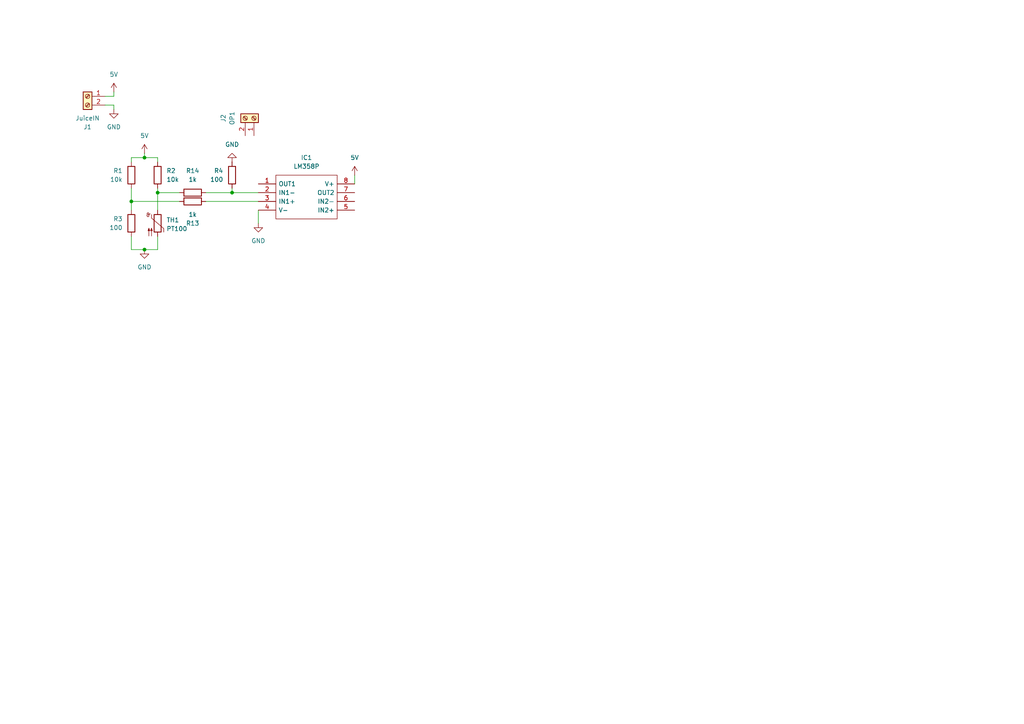
<source format=kicad_sch>
(kicad_sch (version 20231120) (generator "eeschema") (generator_version "8.0")
  (paper "A4")
  (lib_symbols
    (symbol "Connector:Screw_Terminal_01x02" (pin_names (offset 1.016) hide)
      (property "Reference" "J" (at 0 2.54 0))
      (property "Value" "Screw_Terminal_01x02" (at 0 -5.08 0))
      (symbol "Screw_Terminal_01x02_1_1"
        (rectangle (start -1.27 1.27) (end 1.27 -3.81) (stroke (width 0.254)) (fill (type background)))
        (circle (center 0 -2.54) (radius 0.635) (stroke (width 0.1524)))
        (polyline (pts (xy -0.5334 -2.2098) (xy 0.3302 -3.048)) (stroke (width 0.1524)))
        (polyline (pts (xy -0.5334 0.3302) (xy 0.3302 -0.508)) (stroke (width 0.1524)))
        (polyline (pts (xy -0.3556 -2.032) (xy 0.508 -2.8702)) (stroke (width 0.1524)))
        (polyline (pts (xy -0.3556 0.508) (xy 0.508 -0.3302)) (stroke (width 0.1524)))
        (circle (center 0 0) (radius 0.635) (stroke (width 0.1524)))
        (pin passive line (at -5.08 0 0) (length 3.81) (name "Pin_1") (number "1"))
        (pin passive line (at -5.08 -2.54 0) (length 3.81) (name "Pin_2") (number "2"))
      )
    )
    (symbol "Device:R" (pin_numbers hide) (pin_names (offset 0))
      (property "Reference" "R" (at 2.032 0 90))
      (property "Value" "R" (at 0 0 90))
      (symbol "R_0_1"
        (rectangle (start -1.016 -2.54) (end 1.016 2.54) (stroke (width 0.254)))
      )
      (symbol "R_1_1"
        (pin passive line (at 0 3.81 270) (length 1.27) (name "~") (number "1"))
        (pin passive line (at 0 -3.81 90) (length 1.27) (name "~") (number "2"))
      )
    )
    (symbol "Sensor_Temperature:PT100" (pin_numbers hide) (pin_names (offset 0))
      (property "Reference" "TH" (at -4.445 0 90))
      (property "Value" "PT100" (at 3.175 0 90))
      (symbol "PT100_0_1"
        (arc (start -3.048 2.159) (mid -3.0495 2.3143) (end -3.175 2.413))
        (arc (start -3.048 2.159) (mid -2.9736 1.9794) (end -2.794 1.905))
        (arc (start -3.048 2.794) (mid -2.9736 2.6144) (end -2.794 2.54))
        (arc (start -2.794 1.905) (mid -2.6144 1.9794) (end -2.54 2.159))
        (arc (start -2.794 2.54) (mid -2.4393 2.5587) (end -2.159 2.794))
        (arc (start -2.794 3.048) (mid -2.9736 2.9736) (end -3.048 2.794))
        (arc (start -2.54 2.794) (mid -2.6144 2.9736) (end -2.794 3.048))
        (rectangle (start -1.016 2.54) (end 1.016 -2.54) (stroke (width 0.254)))
        (polyline (pts (xy -2.54 2.159) (xy -2.54 2.794)))
        (polyline (pts (xy -1.778 2.54) (xy -1.778 1.524) (xy 1.778 -1.524) (xy 1.778 -2.54)))
        (polyline (pts (xy -2.54 -3.683) (xy -2.54 -1.397) (xy -2.794 -2.159) (xy -2.286 -2.159) (xy -2.54 -1.397) (xy -2.54 -1.651)) (fill (type outline)))
        (polyline (pts (xy -1.778 -3.683) (xy -1.778 -1.397) (xy -2.032 -2.159) (xy -1.524 -2.159) (xy -1.778 -1.397) (xy -1.778 -1.651)) (fill (type outline)))
      )
      (symbol "PT100_1_1"
        (pin passive line (at 0 3.81 270) (length 1.27) (name "~") (number "1"))
        (pin passive line (at 0 -3.81 90) (length 1.27) (name "~") (number "2"))
      )
    )
    (symbol "power:GND" (power) (pin_numbers hide) (pin_names (offset 0) hide)
      (property "Value" "GND" (at 0 -3.81 0))
      (symbol "GND_0_1"
        (polyline (pts (xy 0 0) (xy 0 -1.27) (xy 1.27 -1.27) (xy 0 -2.54) (xy -1.27 -1.27) (xy 0 -1.27)))
      )
      (symbol "GND_1_1"
        (pin power_in line (at 0 0 270) (length 0) (name "~") (number "1"))
      )
    )
    (symbol "power:VDC" (power) (pin_numbers hide) (pin_names (offset 0) hide)
      (property "Value" "VDC" (at 0 3.556 0))
      (symbol "VDC_0_1"
        (polyline (pts (xy -0.762 1.27) (xy 0 2.54)))
        (polyline (pts (xy 0 0) (xy 0 2.54)))
        (polyline (pts (xy 0 2.54) (xy 0.762 1.27)))
      )
      (symbol "VDC_1_1"
        (pin power_in line (at 0 0 90) (length 0) (name "~") (number "1"))
      )
    )
    (symbol "sparkops:LM358P" (pin_names (offset 0.762))
      (property "Reference" "IC" (at 24.13 7.62 0))
      (property "Value" "LM358P" (at 24.13 5.08 0))
      (symbol "LM358P_0_0"
        (pin passive line (at 0 0 0) (length 5.08) (name "OUT1") (number "1"))
        (pin passive line (at 0 -2.54 0) (length 5.08) (name "IN1-") (number "2"))
        (pin passive line (at 0 -5.08 0) (length 5.08) (name "IN1+") (number "3"))
        (pin passive line (at 0 -7.62 0) (length 5.08) (name "V-") (number "4"))
        (pin passive line (at 27.94 -7.62 180) (length 5.08) (name "IN2+") (number "5"))
        (pin passive line (at 27.94 -5.08 180) (length 5.08) (name "IN2-") (number "6"))
        (pin passive line (at 27.94 -2.54 180) (length 5.08) (name "OUT2") (number "7"))
        (pin passive line (at 27.94 0 180) (length 5.08) (name "V+") (number "8"))
      )
      (symbol "LM358P_0_1"
        (polyline (pts (xy 5.08 2.54) (xy 22.86 2.54) (xy 22.86 -10.16) (xy 5.08 -10.16) (xy 5.08 2.54)) (stroke (width 0.1524)))
      )
    )
  )
  (junction (at 45.72 55.88))
  (junction (at 67.31 55.88))
  (junction (at 41.91 72.39))
  (junction (at 38.1 58.42))
  (junction (at 41.91 45.72))
  (wire (pts (xy 102.87 50.8) (xy 102.87 53.34)))
  (wire (pts (xy 38.1 45.72) (xy 41.91 45.72)))
  (wire (pts (xy 38.1 46.99) (xy 38.1 45.72)))
  (wire (pts (xy 41.91 45.72) (xy 45.72 45.72)))
  (wire (pts (xy 45.72 54.61) (xy 45.72 55.88)))
  (wire (pts (xy 38.1 58.42) (xy 52.07 58.42)))
  (wire (pts (xy 33.02 30.48) (xy 30.48 30.48)))
  (wire (pts (xy 30.48 27.94) (xy 33.02 27.94)))
  (wire (pts (xy 33.02 31.75) (xy 33.02 30.48)))
  (wire (pts (xy 45.72 55.88) (xy 45.72 60.96)))
  (wire (pts (xy 38.1 68.58) (xy 38.1 72.39)))
  (wire (pts (xy 38.1 58.42) (xy 38.1 60.96)))
  (wire (pts (xy 38.1 54.61) (xy 38.1 58.42)))
  (wire (pts (xy 67.31 55.88) (xy 74.93 55.88)))
  (wire (pts (xy 45.72 72.39) (xy 45.72 68.58)))
  (wire (pts (xy 45.72 55.88) (xy 52.07 55.88)))
  (wire (pts (xy 38.1 72.39) (xy 41.91 72.39)))
  (wire (pts (xy 41.91 72.39) (xy 45.72 72.39)))
  (wire (pts (xy 74.93 60.96) (xy 74.93 64.77)))
  (wire (pts (xy 59.69 55.88) (xy 67.31 55.88)))
  (wire (pts (xy 41.91 44.45) (xy 41.91 45.72)))
  (wire (pts (xy 33.02 27.94) (xy 33.02 26.67)))
  (wire (pts (xy 45.72 45.72) (xy 45.72 46.99)))
  (wire (pts (xy 59.69 58.42) (xy 74.93 58.42)))
  (wire (pts (xy 67.31 54.61) (xy 67.31 55.88)))
  (symbol (lib_id "Device:R") (at 55.88 58.42 90) (mirror x) (unit 1)
    (property "Reference" "R13" (at 55.88 64.77 90))
    (property "Value" "1k" (at 55.88 62.23 90))
    (property "Description" "Resistor" (effects (hide yes)))
  )
  (symbol (lib_id "power:VDC") (at 102.87 50.8 0) (unit 1)
    (property "Reference" "#PWR02" (effects (hide yes)))
    (property "Value" "5V" (at 102.87 45.72 0))
    (property "Description" "Power symbol creates a global label with name \"VDC\"" (effects (hide yes)))
  )
  (symbol (lib_id "power:VDC") (at 41.91 44.45 0) (unit 1)
    (property "Reference" "#PWR06" (effects (hide yes)))
    (property "Value" "5V" (at 41.91 39.37 0))
    (property "Description" "Power symbol creates a global label with name \"VDC\"" (effects (hide yes)))
  )
  (symbol (lib_id "sparkops:LM358P") (at 74.93 53.34 0) (unit 1)
    (property "Reference" "IC1" (at 88.9 45.72 0))
    (property "Value" "LM358P" (at 88.9 48.26 0))
    (property "Footprint" "DIP794W53P254L959H508Q8N" (effects (hide yes)))
    (property "Datasheet" "http://www.ti.com/lit/ds/symlink/lm358a.pdf" (effects (hide yes)))
    (property "Description" "LM358P, Dual Operational Amplifier 0.7MHz 5 to 28V, 8-Pin PDIP" (effects (hide yes)))
    (property "Description_1" "LM358P, Dual Operational Amplifier 0.7MHz 5 to 28V, 8-Pin PDIP" (effects (hide yes)))
    (property "Height" "5.08" (effects (hide yes)))
    (property "Manufacturer_Name" "Texas Instruments" (effects (hide yes)))
    (property "Manufacturer_Part_Number" "LM358P" (effects (hide yes)))
    (property "Arrow Part Number" "LM358P" (effects (hide yes)))
    (property "Arrow Price/Stock" "https://www.arrow.com/en/products/lm358p/texas-instruments?region=nac" (effects (hide yes)))
  )
  (symbol (lib_id "power:GND") (at 41.91 72.39 0) (unit 1)
    (property "Reference" "#PWR01" (effects (hide yes)))
    (property "Value" "GND" (at 41.91 77.47 0))
    (property "Description" "Power symbol creates a global label with name \"GND\" , ground" (effects (hide yes)))
  )
  (symbol (lib_id "power:GND") (at 74.93 64.77 0) (unit 1)
    (property "Reference" "#PWR012" (effects (hide yes)))
    (property "Value" "GND" (at 74.93 69.85 0))
    (property "Description" "Power symbol creates a global label with name \"GND\" , ground" (effects (hide yes)))
  )
  (symbol (lib_id "Connector:Screw_Terminal_01x02") (at 25.4 27.94 0) (mirror y) (unit 1)
    (property "Reference" "J1" (at 25.4 36.83 0))
    (property "Value" "JuiceIN" (at 25.4 34.29 0))
    (property "Description" "Generic screw terminal, single row, 01x02, script generated (kicad-library-utils/schlib/autogen/connector/)" (effects (hide yes)))
  )
  (symbol (lib_id "Device:R") (at 38.1 50.8 0) (mirror y) (unit 1)
    (property "Reference" "R1" (at 35.56 49.5299 0) (effects (justify left)))
    (property "Value" "10k" (at 35.56 52.0699 0) (effects (justify left)))
    (property "Description" "Resistor" (effects (hide yes)))
  )
  (symbol (lib_id "Device:R") (at 55.88 55.88 270) (mirror x) (unit 1)
    (property "Reference" "R14" (at 55.88 49.53 90))
    (property "Value" "1k" (at 55.88 52.07 90))
    (property "Description" "Resistor" (effects (hide yes)))
  )
  (symbol (lib_id "Connector:Screw_Terminal_01x02") (at 73.66 34.29 270) (mirror x) (unit 1)
    (property "Reference" "J2" (at 64.77 34.29 0))
    (property "Value" "OP1" (at 67.31 34.29 0))
    (property "Description" "Generic screw terminal, single row, 01x02, script generated (kicad-library-utils/schlib/autogen/connector/)" (effects (hide yes)))
  )
  (symbol (lib_id "Device:R") (at 38.1 64.77 0) (mirror y) (unit 1)
    (property "Reference" "R3" (at 35.56 63.4999 0) (effects (justify left)))
    (property "Value" "100" (at 35.56 66.0399 0) (effects (justify left)))
    (property "Description" "Resistor" (effects (hide yes)))
  )
  (symbol (lib_id "Device:R") (at 45.72 50.8 0) (unit 1)
    (property "Reference" "R2" (at 48.26 49.5299 0) (effects (justify left)))
    (property "Value" "10k" (at 48.26 52.0699 0) (effects (justify left)))
    (property "Description" "Resistor" (effects (hide yes)))
  )
  (symbol (lib_id "power:GND") (at 67.31 46.99 180) (unit 1)
    (property "Reference" "#PWR03" (effects (hide yes)))
    (property "Value" "GND" (at 67.31 41.91 0))
    (property "Description" "Power symbol creates a global label with name \"GND\" , ground" (effects (hide yes)))
  )
  (symbol (lib_id "power:GND") (at 33.02 31.75 0) (unit 1)
    (property "Reference" "#PWR04" (effects (hide yes)))
    (property "Value" "GND" (at 33.02 36.83 0))
    (property "Description" "Power symbol creates a global label with name \"GND\" , ground" (effects (hide yes)))
  )
  (symbol (lib_id "power:VDC") (at 33.02 26.67 0) (unit 1)
    (property "Reference" "#PWR05" (effects (hide yes)))
    (property "Value" "5V" (at 33.02 21.59 0))
    (property "Description" "Power symbol creates a global label with name \"VDC\"" (effects (hide yes)))
  )
  (symbol (lib_id "Device:R") (at 67.31 50.8 0) (mirror y) (unit 1)
    (property "Reference" "R4" (at 64.77 49.5299 0) (effects (justify left)))
    (property "Value" "100" (at 64.77 52.0699 0) (effects (justify left)))
    (property "Description" "Resistor" (effects (hide yes)))
  )
  (symbol (lib_id "Sensor_Temperature:PT100") (at 45.72 64.77 0) (unit 1)
    (property "Reference" "TH1" (at 48.26 63.8174 0) (effects (justify left)))
    (property "Value" "PT100" (at 48.26 66.3574 0) (effects (justify left)))
    (property "Datasheet" "https://www.heraeus.com/media/media/group/doc_group/products_1/hst/sot_to/de_15/to_92_d.pdf" (effects (hide yes)))
    (property "Description" "PT100 platinum temperature sensor (RTD)" (effects (hide yes)))
  )
)
</source>
